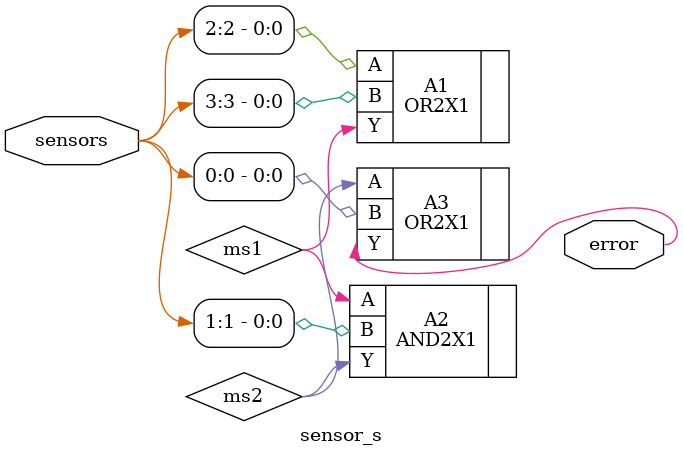
<source format=sv>

 module sensor_s
(
 	input wire [3:0] sensors,
 	output wire error
);
 
   wire      ms1;
   wire      ms2;
   OR2X1 A1 (.Y(ms1), .A(sensors[2]), .B(sensors[3]));
   AND2X1 A2 (.Y(ms2), .A(ms1), .B(sensors[1]));
   OR2X1 A3 (.Y(error), .A(ms2), .B(sensors[0]));
      
endmodule

</source>
